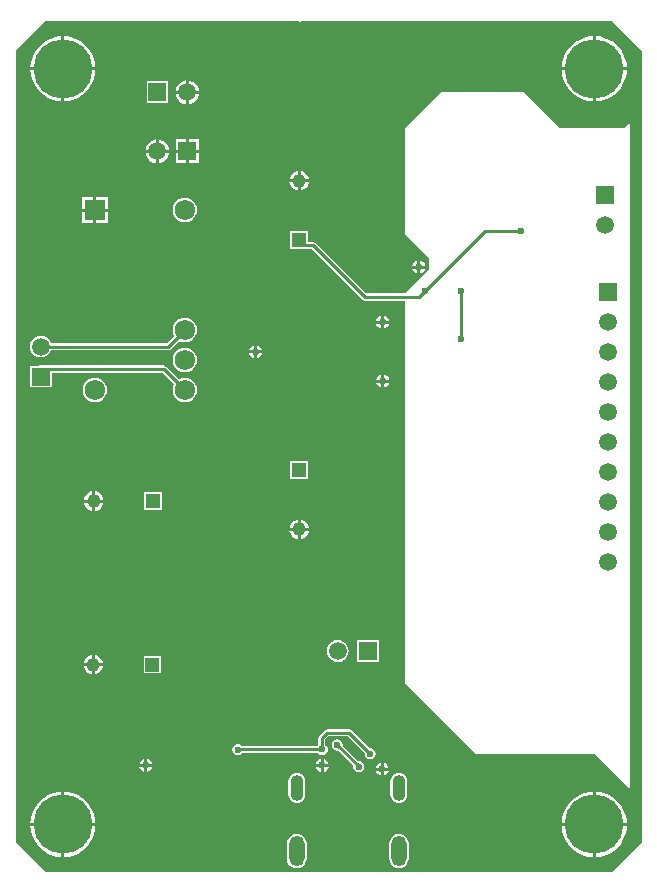
<source format=gbl>
G04*
G04 #@! TF.GenerationSoftware,Altium Limited,Altium Designer,20.2.4 (192)*
G04*
G04 Layer_Physical_Order=2*
G04 Layer_Color=16711680*
%FSLAX25Y25*%
%MOIN*%
G70*
G04*
G04 #@! TF.SameCoordinates,2DDED56A-656B-4157-8572-3E544114C1A7*
G04*
G04*
G04 #@! TF.FilePolarity,Positive*
G04*
G01*
G75*
%ADD12C,0.01000*%
%ADD52O,0.04331X0.08661*%
%ADD53O,0.05118X0.10236*%
%ADD54R,0.06791X0.06791*%
%ADD55C,0.06791*%
%ADD56R,0.05906X0.05906*%
%ADD57C,0.05906*%
%ADD58C,0.19685*%
%ADD59C,0.04528*%
%ADD60R,0.04528X0.04528*%
%ADD61R,0.04528X0.04528*%
%ADD62R,0.05906X0.05906*%
%ADD63C,0.02362*%
G36*
X85827Y260630D02*
X79202Y267255D01*
X79394Y267717D01*
X183071D01*
X192913Y257874D01*
Y238189D01*
Y7874D01*
X188976Y11811D01*
Y234252D01*
X187008Y232283D01*
X165354D01*
X153543Y244094D01*
X125984Y244094D01*
X114173Y232283D01*
D01*
Y196850D01*
X122047Y188976D01*
Y185039D01*
X114173Y177165D01*
Y176999D01*
X101131D01*
X84183Y193947D01*
X83803Y194201D01*
X83354Y194291D01*
X81654D01*
Y197796D01*
X75826D01*
Y191968D01*
X80391D01*
X80504Y191946D01*
X82869D01*
X99817Y174998D01*
X100197Y174743D01*
X100646Y174654D01*
X114173D01*
Y47244D01*
X137795Y23622D01*
X177165Y23622D01*
X192913Y7874D01*
Y-5906D01*
X183071Y-15748D01*
X-5906D01*
X-15748Y-5906D01*
X-15748Y257874D01*
X-5906Y267717D01*
X78740Y267717D01*
X85827Y260630D01*
D02*
G37*
%LPC*%
G36*
X177665Y262805D02*
Y252468D01*
X188002D01*
X187908Y253670D01*
X187509Y255329D01*
X186856Y256906D01*
X185964Y258361D01*
X184856Y259659D01*
X183558Y260767D01*
X182103Y261659D01*
X180526Y262312D01*
X178867Y262711D01*
X177665Y262805D01*
D02*
G37*
G36*
X176665D02*
X175464Y262711D01*
X173804Y262312D01*
X172228Y261659D01*
X170773Y260767D01*
X169475Y259659D01*
X168367Y258361D01*
X167475Y256906D01*
X166822Y255329D01*
X166423Y253670D01*
X166329Y252468D01*
X176665D01*
Y262805D01*
D02*
G37*
G36*
X500D02*
Y252468D01*
X10837D01*
X10742Y253670D01*
X10344Y255329D01*
X9691Y256906D01*
X8799Y258361D01*
X7690Y259659D01*
X6393Y260767D01*
X4938Y261659D01*
X3361Y262312D01*
X1701Y262711D01*
X500Y262805D01*
D02*
G37*
G36*
X-500D02*
X-1701Y262711D01*
X-3361Y262312D01*
X-4938Y261659D01*
X-6393Y260767D01*
X-7690Y259659D01*
X-8799Y258361D01*
X-9691Y256906D01*
X-10344Y255329D01*
X-10742Y253670D01*
X-10837Y252468D01*
X-500D01*
Y262805D01*
D02*
G37*
G36*
X41996Y248015D02*
Y244595D01*
X45417D01*
X45347Y245126D01*
X44949Y246088D01*
X44315Y246914D01*
X43490Y247547D01*
X42528Y247945D01*
X41996Y248015D01*
D02*
G37*
G36*
X40996D02*
X40464Y247945D01*
X39503Y247547D01*
X38677Y246914D01*
X38043Y246088D01*
X37645Y245126D01*
X37575Y244595D01*
X40996D01*
Y248015D01*
D02*
G37*
G36*
X188002Y251468D02*
X177665D01*
Y241132D01*
X178867Y241226D01*
X180526Y241625D01*
X182103Y242278D01*
X183558Y243170D01*
X184856Y244278D01*
X185964Y245576D01*
X186856Y247031D01*
X187509Y248608D01*
X187908Y250267D01*
X188002Y251468D01*
D02*
G37*
G36*
X176665D02*
X166329D01*
X166423Y250267D01*
X166822Y248608D01*
X167475Y247031D01*
X168367Y245576D01*
X169475Y244278D01*
X170773Y243170D01*
X172228Y242278D01*
X173804Y241625D01*
X175464Y241226D01*
X176665Y241132D01*
Y251468D01*
D02*
G37*
G36*
X10837D02*
X500D01*
Y241132D01*
X1701Y241226D01*
X3361Y241625D01*
X4938Y242278D01*
X6393Y243170D01*
X7690Y244278D01*
X8799Y245576D01*
X9691Y247031D01*
X10344Y248608D01*
X10742Y250267D01*
X10837Y251468D01*
D02*
G37*
G36*
X-500D02*
X-10837D01*
X-10742Y250267D01*
X-10344Y248608D01*
X-9691Y247031D01*
X-8799Y245576D01*
X-7690Y244278D01*
X-6393Y243170D01*
X-4938Y242278D01*
X-3361Y241625D01*
X-1701Y241226D01*
X-500Y241132D01*
Y251468D01*
D02*
G37*
G36*
X35099Y247697D02*
X27893D01*
Y240492D01*
X35099D01*
Y247697D01*
D02*
G37*
G36*
X45417Y243595D02*
X41996D01*
Y240174D01*
X42528Y240244D01*
X43490Y240642D01*
X44315Y241275D01*
X44949Y242101D01*
X45347Y243063D01*
X45417Y243595D01*
D02*
G37*
G36*
X40996D02*
X37575D01*
X37645Y243063D01*
X38043Y242101D01*
X38677Y241275D01*
X39503Y240642D01*
X40464Y240244D01*
X40996Y240174D01*
Y243595D01*
D02*
G37*
G36*
X31996Y228330D02*
Y224909D01*
X35417D01*
X35347Y225441D01*
X34949Y226403D01*
X34315Y227229D01*
X33490Y227862D01*
X32528Y228260D01*
X31996Y228330D01*
D02*
G37*
G36*
X45449Y228362D02*
X41996D01*
Y224909D01*
X45449D01*
Y228362D01*
D02*
G37*
G36*
X30996Y228330D02*
X30464Y228260D01*
X29503Y227862D01*
X28677Y227229D01*
X28043Y226403D01*
X27645Y225441D01*
X27575Y224909D01*
X30996D01*
Y228330D01*
D02*
G37*
G36*
X40996Y228362D02*
X37543D01*
Y224909D01*
X40996D01*
Y228362D01*
D02*
G37*
G36*
X35417Y223909D02*
X31996D01*
Y220488D01*
X32528Y220558D01*
X33490Y220957D01*
X34315Y221590D01*
X34949Y222416D01*
X35347Y223378D01*
X35417Y223909D01*
D02*
G37*
G36*
X30996D02*
X27575D01*
X27645Y223378D01*
X28043Y222416D01*
X28677Y221590D01*
X29503Y220957D01*
X30464Y220558D01*
X30996Y220488D01*
Y223909D01*
D02*
G37*
G36*
X45449D02*
X41996D01*
Y220457D01*
X45449D01*
Y223909D01*
D02*
G37*
G36*
X40996D02*
X37543D01*
Y220457D01*
X40996D01*
Y223909D01*
D02*
G37*
G36*
X79240Y217793D02*
Y215067D01*
X81966D01*
X81920Y215419D01*
X81591Y216213D01*
X81068Y216895D01*
X80386Y217418D01*
X79592Y217747D01*
X79240Y217793D01*
D02*
G37*
G36*
X78240Y217793D02*
X77888Y217747D01*
X77094Y217418D01*
X76412Y216895D01*
X75889Y216213D01*
X75560Y215419D01*
X75514Y215067D01*
X78240D01*
Y217793D01*
D02*
G37*
G36*
Y214067D02*
X75514D01*
X75560Y213715D01*
X75889Y212921D01*
X76412Y212239D01*
X77094Y211716D01*
X77888Y211387D01*
X78240Y211341D01*
Y214067D01*
D02*
G37*
G36*
X81966D02*
X79240D01*
Y211341D01*
X79592Y211387D01*
X80386Y211716D01*
X81068Y212239D01*
X81591Y212921D01*
X81920Y213715D01*
X81966Y214067D01*
D02*
G37*
G36*
X15041Y209222D02*
X11146D01*
Y205327D01*
X15041D01*
Y209222D01*
D02*
G37*
G36*
X10146D02*
X6250D01*
Y205327D01*
X10146D01*
Y209222D01*
D02*
G37*
G36*
X40646Y208907D02*
X39590Y208768D01*
X38605Y208361D01*
X37760Y207712D01*
X37112Y206867D01*
X36704Y205883D01*
X36565Y204827D01*
X36704Y203771D01*
X37112Y202786D01*
X37760Y201941D01*
X38605Y201293D01*
X39590Y200885D01*
X40646Y200746D01*
X41702Y200885D01*
X42686Y201293D01*
X43531Y201941D01*
X44180Y202786D01*
X44587Y203771D01*
X44726Y204827D01*
X44587Y205883D01*
X44180Y206867D01*
X43531Y207712D01*
X42686Y208361D01*
X41702Y208768D01*
X40646Y208907D01*
D02*
G37*
G36*
X15041Y204327D02*
X11146D01*
Y200431D01*
X15041D01*
Y204327D01*
D02*
G37*
G36*
X10146D02*
X6250D01*
Y200431D01*
X10146D01*
Y204327D01*
D02*
G37*
G36*
X119146Y187951D02*
Y186327D01*
X120770D01*
X120700Y186678D01*
X120218Y187399D01*
X119497Y187881D01*
X119146Y187951D01*
D02*
G37*
G36*
X118146D02*
X117795Y187881D01*
X117073Y187399D01*
X116591Y186678D01*
X116521Y186327D01*
X118146D01*
Y187951D01*
D02*
G37*
G36*
X120770Y185327D02*
X119146D01*
Y183702D01*
X119497Y183772D01*
X120218Y184254D01*
X120700Y184976D01*
X120770Y185327D01*
D02*
G37*
G36*
X118146D02*
X116521D01*
X116591Y184976D01*
X117073Y184254D01*
X117795Y183772D01*
X118146Y183702D01*
Y185327D01*
D02*
G37*
G36*
X107047Y169607D02*
Y167982D01*
X108671D01*
X108601Y168333D01*
X108119Y169055D01*
X107398Y169537D01*
X107047Y169607D01*
D02*
G37*
G36*
X106047D02*
X105696Y169537D01*
X104974Y169055D01*
X104492Y168333D01*
X104422Y167982D01*
X106047D01*
Y169607D01*
D02*
G37*
G36*
X108671Y166982D02*
X107047D01*
Y165358D01*
X107398Y165428D01*
X108119Y165910D01*
X108601Y166631D01*
X108671Y166982D01*
D02*
G37*
G36*
X106047D02*
X104422D01*
X104492Y166631D01*
X104974Y165910D01*
X105696Y165428D01*
X106047Y165358D01*
Y166982D01*
D02*
G37*
G36*
X40646Y168907D02*
X39590Y168768D01*
X38605Y168361D01*
X37760Y167712D01*
X37112Y166867D01*
X36704Y165883D01*
X36565Y164827D01*
X36704Y163771D01*
X37064Y162903D01*
X34660Y160499D01*
X-3940D01*
X-4207Y161144D01*
X-4785Y161896D01*
X-5537Y162474D01*
X-6414Y162837D01*
X-7354Y162961D01*
X-8295Y162837D01*
X-9171Y162474D01*
X-9924Y161896D01*
X-10501Y161144D01*
X-10864Y160267D01*
X-10988Y159327D01*
X-10864Y158386D01*
X-10501Y157510D01*
X-9924Y156757D01*
X-9171Y156180D01*
X-8295Y155817D01*
X-7354Y155693D01*
X-6414Y155817D01*
X-5537Y156180D01*
X-4785Y156757D01*
X-4207Y157510D01*
X-3940Y158154D01*
X35146D01*
X35594Y158244D01*
X35975Y158498D01*
X38722Y161245D01*
X39590Y160885D01*
X40646Y160746D01*
X41702Y160885D01*
X42686Y161293D01*
X43531Y161941D01*
X44180Y162786D01*
X44587Y163771D01*
X44726Y164827D01*
X44587Y165883D01*
X44180Y166867D01*
X43531Y167712D01*
X42686Y168361D01*
X41702Y168768D01*
X40646Y168907D01*
D02*
G37*
G36*
X64709Y159695D02*
Y158071D01*
X66334D01*
X66264Y158422D01*
X65782Y159143D01*
X65060Y159625D01*
X64709Y159695D01*
D02*
G37*
G36*
X63709D02*
X63358Y159625D01*
X62637Y159143D01*
X62155Y158422D01*
X62085Y158071D01*
X63709D01*
Y159695D01*
D02*
G37*
G36*
X66334Y157071D02*
X64709D01*
Y155446D01*
X65060Y155516D01*
X65782Y155998D01*
X66264Y156720D01*
X66334Y157071D01*
D02*
G37*
G36*
X63709D02*
X62085D01*
X62155Y156720D01*
X62637Y155998D01*
X63358Y155516D01*
X63709Y155446D01*
Y157071D01*
D02*
G37*
G36*
X40646Y158907D02*
X39590Y158768D01*
X38605Y158361D01*
X37760Y157712D01*
X37112Y156867D01*
X36704Y155883D01*
X36565Y154827D01*
X36704Y153771D01*
X37112Y152787D01*
X37760Y151941D01*
X38605Y151293D01*
X39590Y150885D01*
X40646Y150746D01*
X41702Y150885D01*
X42686Y151293D01*
X43531Y151941D01*
X44180Y152787D01*
X44587Y153771D01*
X44726Y154827D01*
X44587Y155883D01*
X44180Y156867D01*
X43531Y157712D01*
X42686Y158361D01*
X41702Y158768D01*
X40646Y158907D01*
D02*
G37*
G36*
X107146Y149951D02*
Y148327D01*
X108770D01*
X108700Y148678D01*
X108218Y149399D01*
X107497Y149881D01*
X107146Y149951D01*
D02*
G37*
G36*
X106146D02*
X105795Y149881D01*
X105073Y149399D01*
X104591Y148678D01*
X104521Y148327D01*
X106146D01*
Y149951D01*
D02*
G37*
G36*
X108770Y147327D02*
X107146D01*
Y145702D01*
X107497Y145772D01*
X108218Y146254D01*
X108700Y146976D01*
X108770Y147327D01*
D02*
G37*
G36*
X106146D02*
X104521D01*
X104591Y146976D01*
X105073Y146254D01*
X105795Y145772D01*
X106146Y145702D01*
Y147327D01*
D02*
G37*
G36*
X33646Y152999D02*
X-7854D01*
X-8205Y152929D01*
X-10957D01*
Y145724D01*
X-3752D01*
Y150654D01*
X33160D01*
X37064Y146751D01*
X36704Y145883D01*
X36565Y144827D01*
X36704Y143771D01*
X37112Y142787D01*
X37760Y141941D01*
X38605Y141293D01*
X39590Y140885D01*
X40646Y140746D01*
X41702Y140885D01*
X42686Y141293D01*
X43531Y141941D01*
X44180Y142787D01*
X44587Y143771D01*
X44726Y144827D01*
X44587Y145883D01*
X44180Y146867D01*
X43531Y147712D01*
X42686Y148361D01*
X41702Y148768D01*
X40646Y148907D01*
X39590Y148768D01*
X38722Y148409D01*
X34475Y152656D01*
X34094Y152910D01*
X33646Y152999D01*
D02*
G37*
G36*
X10646Y148907D02*
X9589Y148768D01*
X8605Y148361D01*
X7760Y147712D01*
X7112Y146867D01*
X6704Y145883D01*
X6565Y144827D01*
X6704Y143771D01*
X7112Y142787D01*
X7760Y141941D01*
X8605Y141293D01*
X9589Y140885D01*
X10646Y140746D01*
X11702Y140885D01*
X12686Y141293D01*
X13531Y141941D01*
X14180Y142787D01*
X14587Y143771D01*
X14726Y144827D01*
X14587Y145883D01*
X14180Y146867D01*
X13531Y147712D01*
X12686Y148361D01*
X11702Y148768D01*
X10646Y148907D01*
D02*
G37*
G36*
X81654Y121024D02*
X75826D01*
Y115197D01*
X81654D01*
Y121024D01*
D02*
G37*
G36*
X10803Y111053D02*
Y108327D01*
X13529D01*
X13483Y108679D01*
X13154Y109473D01*
X12631Y110154D01*
X11949Y110678D01*
X11155Y111006D01*
X10803Y111053D01*
D02*
G37*
G36*
X9803D02*
X9451Y111006D01*
X8657Y110678D01*
X7975Y110154D01*
X7452Y109473D01*
X7123Y108679D01*
X7077Y108327D01*
X9803D01*
Y111053D01*
D02*
G37*
G36*
X32902Y110741D02*
X27074D01*
Y104913D01*
X32902D01*
Y110741D01*
D02*
G37*
G36*
X13529Y107327D02*
X10803D01*
Y104601D01*
X11155Y104647D01*
X11949Y104976D01*
X12631Y105499D01*
X13154Y106181D01*
X13483Y106975D01*
X13529Y107327D01*
D02*
G37*
G36*
X9803D02*
X7077D01*
X7123Y106975D01*
X7452Y106181D01*
X7975Y105499D01*
X8657Y104976D01*
X9451Y104647D01*
X9803Y104601D01*
Y107327D01*
D02*
G37*
G36*
X79240Y101651D02*
Y98925D01*
X81966D01*
X81920Y99277D01*
X81591Y100071D01*
X81068Y100753D01*
X80386Y101276D01*
X79592Y101605D01*
X79240Y101651D01*
D02*
G37*
G36*
X78240Y101651D02*
X77888Y101605D01*
X77094Y101276D01*
X76412Y100753D01*
X75889Y100071D01*
X75560Y99277D01*
X75514Y98925D01*
X78240D01*
Y101651D01*
D02*
G37*
G36*
Y97925D02*
X75514D01*
X75560Y97573D01*
X75889Y96779D01*
X76412Y96097D01*
X77094Y95574D01*
X77888Y95245D01*
X78240Y95199D01*
Y97925D01*
D02*
G37*
G36*
X81966D02*
X79240D01*
Y95199D01*
X79592Y95245D01*
X80386Y95574D01*
X81068Y96097D01*
X81591Y96779D01*
X81920Y97573D01*
X81966Y97925D01*
D02*
G37*
G36*
X105248Y61430D02*
X98043D01*
Y54224D01*
X105248D01*
Y61430D01*
D02*
G37*
G36*
X91646Y61461D02*
X90705Y61337D01*
X89829Y60974D01*
X89076Y60396D01*
X88499Y59644D01*
X88136Y58767D01*
X88012Y57827D01*
X88136Y56886D01*
X88499Y56010D01*
X89076Y55257D01*
X89829Y54680D01*
X90705Y54317D01*
X91646Y54193D01*
X92586Y54317D01*
X93463Y54680D01*
X94215Y55257D01*
X94793Y56010D01*
X95156Y56886D01*
X95280Y57827D01*
X95156Y58767D01*
X94793Y59644D01*
X94215Y60396D01*
X93463Y60974D01*
X92586Y61337D01*
X91646Y61461D01*
D02*
G37*
G36*
X10646Y56553D02*
Y53827D01*
X13372D01*
X13325Y54179D01*
X12997Y54973D01*
X12473Y55655D01*
X11792Y56178D01*
X10998Y56507D01*
X10646Y56553D01*
D02*
G37*
G36*
X9646D02*
X9294Y56507D01*
X8500Y56178D01*
X7818Y55655D01*
X7295Y54973D01*
X6966Y54179D01*
X6920Y53827D01*
X9646D01*
Y56553D01*
D02*
G37*
G36*
X32745Y56240D02*
X26917D01*
Y50413D01*
X32745D01*
Y56240D01*
D02*
G37*
G36*
X13372Y52827D02*
X10646D01*
Y50101D01*
X10998Y50147D01*
X11792Y50476D01*
X12473Y50999D01*
X12997Y51681D01*
X13325Y52475D01*
X13372Y52827D01*
D02*
G37*
G36*
X9646D02*
X6920D01*
X6966Y52475D01*
X7295Y51681D01*
X7818Y50999D01*
X8500Y50476D01*
X9294Y50147D01*
X9646Y50101D01*
Y52827D01*
D02*
G37*
G36*
X95525Y31699D02*
X88046D01*
X87597Y31610D01*
X87217Y31356D01*
X85456Y29595D01*
X85202Y29215D01*
X85113Y28766D01*
Y26219D01*
X85099Y26199D01*
X59726D01*
X59676Y26275D01*
X59070Y26680D01*
X58355Y26822D01*
X57641Y26680D01*
X57035Y26275D01*
X56631Y25670D01*
X56489Y24955D01*
X56631Y24241D01*
X57035Y23635D01*
X57641Y23230D01*
X58355Y23088D01*
X59070Y23230D01*
X59676Y23635D01*
X59822Y23854D01*
X85063D01*
X85180Y23680D01*
X85786Y23275D01*
X86500Y23133D01*
X87214Y23275D01*
X87820Y23680D01*
X88225Y24285D01*
X88367Y25000D01*
X88225Y25714D01*
X87820Y26320D01*
X87458Y26562D01*
Y28280D01*
X88531Y29354D01*
X95039D01*
X100569Y23824D01*
X100534Y23650D01*
X100677Y22936D01*
X101081Y22330D01*
X101687Y21925D01*
X102401Y21783D01*
X103116Y21925D01*
X103721Y22330D01*
X104126Y22936D01*
X104268Y23650D01*
X104126Y24364D01*
X103721Y24970D01*
X103116Y25375D01*
X102401Y25517D01*
X102227Y25482D01*
X96354Y31356D01*
X95973Y31610D01*
X95525Y31699D01*
D02*
G37*
G36*
X28130Y21880D02*
Y20256D01*
X29754D01*
X29684Y20607D01*
X29202Y21328D01*
X28481Y21811D01*
X28130Y21880D01*
D02*
G37*
G36*
X27130D02*
X26779Y21811D01*
X26057Y21328D01*
X25575Y20607D01*
X25506Y20256D01*
X27130D01*
Y21880D01*
D02*
G37*
G36*
X86909Y21809D02*
Y20185D01*
X88533D01*
X88464Y20536D01*
X87982Y21258D01*
X87260Y21740D01*
X86909Y21809D01*
D02*
G37*
G36*
X85909D02*
X85558Y21740D01*
X84837Y21258D01*
X84355Y20536D01*
X84285Y20185D01*
X85909D01*
Y21809D01*
D02*
G37*
G36*
X106957Y20581D02*
Y18957D01*
X108581D01*
X108511Y19308D01*
X108029Y20029D01*
X107308Y20511D01*
X106957Y20581D01*
D02*
G37*
G36*
X105957D02*
X105606Y20511D01*
X104884Y20029D01*
X104402Y19308D01*
X104332Y18957D01*
X105957D01*
Y20581D01*
D02*
G37*
G36*
X29754Y19256D02*
X28130D01*
Y17631D01*
X28481Y17701D01*
X29202Y18183D01*
X29684Y18905D01*
X29754Y19256D01*
D02*
G37*
G36*
X27130D02*
X25506D01*
X25575Y18905D01*
X26057Y18183D01*
X26779Y17701D01*
X27130Y17631D01*
Y19256D01*
D02*
G37*
G36*
X88533Y19185D02*
X86909D01*
Y17561D01*
X87260Y17630D01*
X87982Y18113D01*
X88464Y18834D01*
X88533Y19185D01*
D02*
G37*
G36*
X85909D02*
X84285D01*
X84355Y18834D01*
X84837Y18113D01*
X85558Y17630D01*
X85909Y17561D01*
Y19185D01*
D02*
G37*
G36*
X91446Y28394D02*
X90731Y28252D01*
X90126Y27847D01*
X89721Y27241D01*
X89579Y26527D01*
X89721Y25812D01*
X90126Y25207D01*
X90731Y24802D01*
X91446Y24660D01*
X91590Y24689D01*
X96748Y19531D01*
X96707Y19327D01*
X96850Y18612D01*
X97254Y18007D01*
X97860Y17602D01*
X98574Y17460D01*
X99289Y17602D01*
X99895Y18007D01*
X100299Y18612D01*
X100441Y19327D01*
X100299Y20041D01*
X99895Y20647D01*
X99289Y21052D01*
X98574Y21194D01*
X98430Y21165D01*
X93272Y26323D01*
X93313Y26527D01*
X93170Y27241D01*
X92766Y27847D01*
X92160Y28252D01*
X91446Y28394D01*
D02*
G37*
G36*
X108581Y17957D02*
X106957D01*
Y16332D01*
X107308Y16402D01*
X108029Y16884D01*
X108511Y17606D01*
X108581Y17957D01*
D02*
G37*
G36*
X105957D02*
X104332D01*
X104402Y17606D01*
X104884Y16884D01*
X105606Y16402D01*
X105957Y16332D01*
Y17957D01*
D02*
G37*
G36*
X112008Y17233D02*
X111273Y17137D01*
X110588Y16853D01*
X110000Y16402D01*
X109549Y15813D01*
X109265Y15129D01*
X109168Y14394D01*
Y10063D01*
X109265Y9328D01*
X109549Y8643D01*
X110000Y8055D01*
X110588Y7604D01*
X111273Y7320D01*
X112008Y7223D01*
X112743Y7320D01*
X113428Y7604D01*
X114016Y8055D01*
X114467Y8643D01*
X114751Y9328D01*
X114848Y10063D01*
Y14394D01*
X114751Y15129D01*
X114467Y15813D01*
X114016Y16402D01*
X113428Y16853D01*
X112743Y17137D01*
X112008Y17233D01*
D02*
G37*
G36*
X77992D02*
X77257Y17137D01*
X76572Y16853D01*
X75984Y16402D01*
X75533Y15813D01*
X75249Y15129D01*
X75152Y14394D01*
Y10063D01*
X75249Y9328D01*
X75533Y8643D01*
X75984Y8055D01*
X76572Y7604D01*
X77257Y7320D01*
X77992Y7223D01*
X78727Y7320D01*
X79412Y7604D01*
X80000Y8055D01*
X80451Y8643D01*
X80735Y9328D01*
X80832Y10063D01*
Y14394D01*
X80735Y15129D01*
X80451Y15813D01*
X80000Y16402D01*
X79412Y16853D01*
X78727Y17137D01*
X77992Y17233D01*
D02*
G37*
G36*
X177665Y10837D02*
Y500D01*
X188002D01*
X187908Y1701D01*
X187509Y3361D01*
X186856Y4938D01*
X185964Y6393D01*
X184856Y7690D01*
X183558Y8799D01*
X182103Y9691D01*
X180526Y10344D01*
X178867Y10742D01*
X177665Y10837D01*
D02*
G37*
G36*
X176665D02*
X175464Y10742D01*
X173804Y10344D01*
X172228Y9691D01*
X170773Y8799D01*
X169475Y7690D01*
X168367Y6393D01*
X167475Y4938D01*
X166822Y3361D01*
X166423Y1701D01*
X166329Y500D01*
X176665D01*
Y10837D01*
D02*
G37*
G36*
X500D02*
Y500D01*
X10837D01*
X10742Y1701D01*
X10344Y3361D01*
X9691Y4938D01*
X8799Y6393D01*
X7690Y7690D01*
X6393Y8799D01*
X4938Y9691D01*
X3361Y10344D01*
X1701Y10742D01*
X500Y10837D01*
D02*
G37*
G36*
X-500D02*
X-1701Y10742D01*
X-3361Y10344D01*
X-4938Y9691D01*
X-6393Y8799D01*
X-7690Y7690D01*
X-8799Y6393D01*
X-9691Y4938D01*
X-10344Y3361D01*
X-10742Y1701D01*
X-10837Y500D01*
X-500D01*
Y10837D01*
D02*
G37*
G36*
X188002Y-500D02*
X177665D01*
Y-10837D01*
X178867Y-10742D01*
X180526Y-10344D01*
X182103Y-9691D01*
X183558Y-8799D01*
X184856Y-7690D01*
X185964Y-6393D01*
X186856Y-4938D01*
X187509Y-3361D01*
X187908Y-1701D01*
X188002Y-500D01*
D02*
G37*
G36*
X176665D02*
X166329D01*
X166423Y-1701D01*
X166822Y-3361D01*
X167475Y-4938D01*
X168367Y-6393D01*
X169475Y-7690D01*
X170773Y-8799D01*
X172228Y-9691D01*
X173804Y-10344D01*
X175464Y-10742D01*
X176665Y-10837D01*
Y-500D01*
D02*
G37*
G36*
X10837D02*
X500D01*
Y-10837D01*
X1701Y-10742D01*
X3361Y-10344D01*
X4938Y-9691D01*
X6393Y-8799D01*
X7690Y-7690D01*
X8799Y-6393D01*
X9691Y-4938D01*
X10344Y-3361D01*
X10742Y-1701D01*
X10837Y-500D01*
D02*
G37*
G36*
X-500D02*
X-10837D01*
X-10742Y-1701D01*
X-10344Y-3361D01*
X-9691Y-4938D01*
X-8799Y-6393D01*
X-7690Y-7690D01*
X-6393Y-8799D01*
X-4938Y-9691D01*
X-3361Y-10344D01*
X-1701Y-10742D01*
X-500Y-10837D01*
Y-500D01*
D02*
G37*
G36*
X112008Y-3078D02*
X111170Y-3189D01*
X110389Y-3512D01*
X109719Y-4026D01*
X109205Y-4697D01*
X108881Y-5477D01*
X108771Y-6315D01*
Y-11433D01*
X108881Y-12271D01*
X109205Y-13051D01*
X109719Y-13722D01*
X110389Y-14236D01*
X111170Y-14559D01*
X112008Y-14670D01*
X112846Y-14559D01*
X113626Y-14236D01*
X114297Y-13722D01*
X114811Y-13051D01*
X115134Y-12271D01*
X115245Y-11433D01*
Y-6315D01*
X115134Y-5477D01*
X114811Y-4697D01*
X114297Y-4026D01*
X113626Y-3512D01*
X112846Y-3189D01*
X112008Y-3078D01*
D02*
G37*
G36*
X77992D02*
X77154Y-3189D01*
X76374Y-3512D01*
X75703Y-4026D01*
X75189Y-4697D01*
X74866Y-5477D01*
X74755Y-6315D01*
Y-11433D01*
X74866Y-12271D01*
X75189Y-13051D01*
X75703Y-13722D01*
X76374Y-14236D01*
X77154Y-14559D01*
X77992Y-14670D01*
X78830Y-14559D01*
X79611Y-14236D01*
X80281Y-13722D01*
X80795Y-13051D01*
X81119Y-12271D01*
X81229Y-11433D01*
Y-6315D01*
X81119Y-5477D01*
X80795Y-4697D01*
X80281Y-4026D01*
X79611Y-3512D01*
X78830Y-3189D01*
X77992Y-3078D01*
D02*
G37*
%LPD*%
D12*
X58131Y25027D02*
X86546D01*
X98574Y19327D02*
Y19362D01*
X91446Y26491D02*
X98574Y19362D01*
X91446Y26491D02*
Y26527D01*
X86285Y28766D02*
X88046Y30527D01*
X86285Y25287D02*
Y28766D01*
Y25287D02*
X86546Y25027D01*
X88046Y30527D02*
X95525D01*
X102401Y23650D01*
X120646Y177827D02*
X140646Y197827D01*
X152646D01*
X118646Y175827D02*
X120646Y177827D01*
X100646Y175827D02*
X118646D01*
X78740Y194882D02*
X80504Y193118D01*
X83354D01*
X100646Y175827D01*
X132646Y161827D02*
Y177827D01*
X-7354Y159327D02*
X35146D01*
X40646Y164827D01*
X-7854Y149827D02*
Y151827D01*
Y149827D02*
X-7354Y149327D01*
X33646Y151827D02*
X40646Y144827D01*
X-7854Y151827D02*
X33646D01*
D52*
X77992Y12228D02*
D03*
X112008D02*
D03*
D53*
X77992Y-8874D02*
D03*
X112008D02*
D03*
D54*
X10646Y204827D02*
D03*
D55*
Y144827D02*
D03*
X40646D02*
D03*
Y154827D02*
D03*
Y164827D02*
D03*
Y204827D02*
D03*
D56*
X101646Y57827D02*
D03*
X41496Y224410D02*
D03*
X31496Y244094D02*
D03*
D57*
X91646Y57827D02*
D03*
X-7354Y159327D02*
D03*
X31496Y224410D02*
D03*
X180646Y199827D02*
D03*
X41496Y244094D02*
D03*
X181591Y87543D02*
D03*
Y97543D02*
D03*
Y107543D02*
D03*
Y117543D02*
D03*
Y127543D02*
D03*
Y137543D02*
D03*
Y147543D02*
D03*
Y157543D02*
D03*
Y167543D02*
D03*
D58*
X177165Y0D02*
D03*
Y251969D02*
D03*
X0D02*
D03*
Y0D02*
D03*
D59*
X10303Y107827D02*
D03*
X10146Y53327D02*
D03*
X78740Y98425D02*
D03*
Y214567D02*
D03*
D60*
X29988Y107827D02*
D03*
X29831Y53327D02*
D03*
D61*
X78740Y118110D02*
D03*
Y194882D02*
D03*
D62*
X-7354Y149327D02*
D03*
X180646Y209827D02*
D03*
X181591Y177543D02*
D03*
D63*
X86500Y25000D02*
D03*
X98574Y19327D02*
D03*
X106457Y18457D02*
D03*
X86409Y19685D02*
D03*
X102401Y23650D02*
D03*
X58355Y24955D02*
D03*
X91446Y26527D02*
D03*
X27630Y19756D02*
D03*
X64209Y157571D02*
D03*
X106547Y167482D02*
D03*
X106646Y147827D02*
D03*
X152734Y197674D02*
D03*
X120646Y177827D02*
D03*
X132646Y161827D02*
D03*
Y177827D02*
D03*
X118646Y185827D02*
D03*
M02*

</source>
